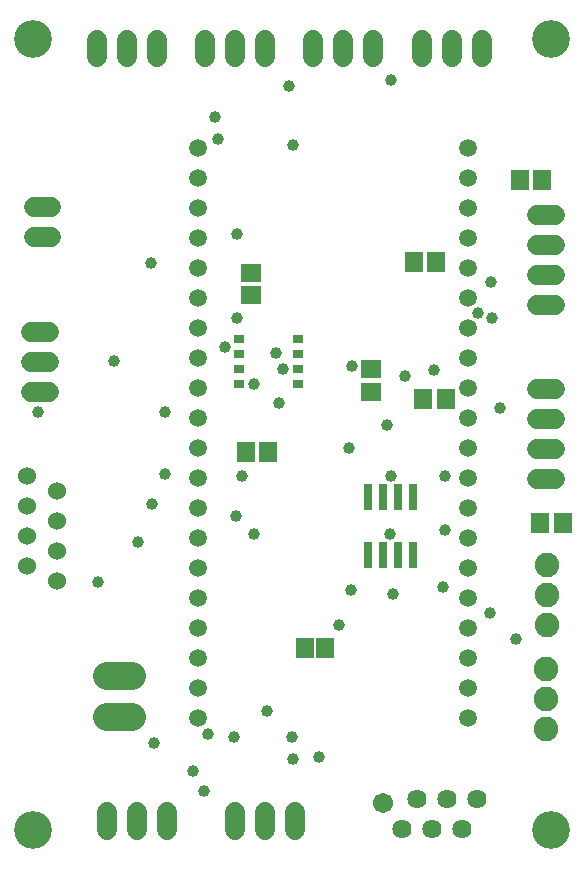
<source format=gbs>
G75*
%MOIN*%
%OFA0B0*%
%FSLAX24Y24*%
%IPPOS*%
%LPD*%
%AMOC8*
5,1,8,0,0,1.08239X$1,22.5*
%
%ADD10C,0.0595*%
%ADD11C,0.0600*%
%ADD12R,0.0380X0.0300*%
%ADD13R,0.0671X0.0592*%
%ADD14R,0.0592X0.0671*%
%ADD15R,0.0710X0.0592*%
%ADD16C,0.0674*%
%ADD17C,0.0680*%
%ADD18C,0.0920*%
%ADD19R,0.0300X0.0860*%
%ADD20C,0.0640*%
%ADD21C,0.0671*%
%ADD22C,0.0820*%
%ADD23C,0.0397*%
%ADD24C,0.1261*%
D10*
X007303Y006889D03*
X007303Y007889D03*
X007303Y008889D03*
X007303Y009889D03*
X007303Y010889D03*
X007303Y011889D03*
X007303Y012889D03*
X007303Y013889D03*
X007303Y014889D03*
X007303Y015889D03*
X007303Y016889D03*
X007303Y017889D03*
X007303Y018889D03*
X007303Y019889D03*
X007303Y020889D03*
X007303Y021889D03*
X007303Y022889D03*
X007303Y023889D03*
X007303Y024889D03*
X007303Y025889D03*
X016303Y025889D03*
X016303Y024889D03*
X016303Y023889D03*
X016303Y022889D03*
X016303Y021889D03*
X016303Y020889D03*
X016303Y019889D03*
X016303Y018889D03*
X016303Y017889D03*
X016303Y016889D03*
X016303Y015889D03*
X016303Y014889D03*
X016303Y013889D03*
X016303Y012889D03*
X016303Y011889D03*
X016303Y010889D03*
X016303Y009889D03*
X016303Y008889D03*
X016303Y007889D03*
X016303Y006889D03*
D11*
X002633Y011458D03*
X002633Y012458D03*
X002633Y013458D03*
X002633Y014458D03*
X001633Y014958D03*
X001633Y013958D03*
X001633Y012958D03*
X001633Y011958D03*
D12*
X008690Y018038D03*
X008690Y018538D03*
X008690Y019038D03*
X008690Y019538D03*
X010645Y019538D03*
X010645Y019038D03*
X010645Y018538D03*
X010645Y018038D03*
D13*
X013070Y017771D03*
X013070Y018519D03*
D14*
X014830Y017534D03*
X015578Y017534D03*
X015267Y022078D03*
X014519Y022078D03*
X018043Y024838D03*
X018791Y024838D03*
X018728Y013389D03*
X019476Y013389D03*
X011543Y009220D03*
X010873Y009220D03*
X009657Y015751D03*
X008909Y015751D03*
D15*
X009070Y020983D03*
X009070Y021731D03*
D16*
X009559Y028911D02*
X009559Y029505D01*
X008559Y029505D02*
X008559Y028911D01*
X007559Y028911D02*
X007559Y029505D01*
X005952Y029505D02*
X005952Y028911D01*
X004952Y028911D02*
X004952Y029505D01*
X003952Y029505D02*
X003952Y028911D01*
X002430Y023920D02*
X001836Y023920D01*
X001836Y022920D02*
X002430Y022920D01*
X011165Y028911D02*
X011165Y029505D01*
X012165Y029505D02*
X012165Y028911D01*
X013165Y028911D02*
X013165Y029505D01*
X014771Y029505D02*
X014771Y028911D01*
X015771Y028911D02*
X015771Y029505D01*
X016771Y029505D02*
X016771Y028911D01*
X010559Y003760D02*
X010559Y003167D01*
X009559Y003167D02*
X009559Y003760D01*
X008559Y003760D02*
X008559Y003167D01*
X006271Y003167D02*
X006271Y003760D01*
X005271Y003760D02*
X005271Y003167D01*
X004271Y003167D02*
X004271Y003760D01*
D17*
X002366Y017747D02*
X001766Y017747D01*
X001766Y018747D02*
X002366Y018747D01*
X002366Y019747D02*
X001766Y019747D01*
X018609Y020645D02*
X019209Y020645D01*
X019209Y021645D02*
X018609Y021645D01*
X018609Y022645D02*
X019209Y022645D01*
X019209Y023645D02*
X018609Y023645D01*
X018609Y017857D02*
X019209Y017857D01*
X019209Y016857D02*
X018609Y016857D01*
X018609Y015857D02*
X019209Y015857D01*
X019209Y014857D02*
X018609Y014857D01*
D18*
X005120Y008290D02*
X004280Y008290D01*
X004280Y006912D02*
X005120Y006912D01*
D19*
X012990Y012328D03*
X013490Y012328D03*
X013990Y012328D03*
X014490Y012328D03*
X014490Y014268D03*
X013990Y014268D03*
X013490Y014268D03*
X012990Y014268D03*
D20*
X014629Y004184D03*
X014129Y003184D03*
X015129Y003184D03*
X015629Y004184D03*
X016129Y003184D03*
X016629Y004184D03*
D21*
X013492Y004040D03*
D22*
X018913Y006534D03*
X018913Y007534D03*
X018913Y008534D03*
X018952Y010003D03*
X018952Y011003D03*
X018952Y012003D03*
D23*
X017917Y009523D03*
X017051Y010389D03*
X015476Y011255D03*
X015559Y013164D03*
X015555Y014956D03*
X013744Y014956D03*
X013606Y016672D03*
X014216Y018290D03*
X015200Y018499D03*
X016657Y020389D03*
X017129Y020231D03*
X017090Y021412D03*
X017377Y017235D03*
X013704Y013027D03*
X013814Y011007D03*
X012429Y011141D03*
X012011Y009995D03*
X009618Y007129D03*
X010436Y006255D03*
X010476Y005507D03*
X011342Y005586D03*
X008507Y006255D03*
X007641Y006373D03*
X007161Y005113D03*
X007507Y004452D03*
X005862Y006046D03*
X003980Y011412D03*
X005318Y012751D03*
X005791Y014011D03*
X006224Y015034D03*
X006224Y017082D03*
X004531Y018775D03*
X005751Y022042D03*
X008232Y019247D03*
X008625Y020231D03*
X009925Y019050D03*
X010161Y018538D03*
X010007Y017381D03*
X009177Y018027D03*
X008783Y014956D03*
X008586Y013617D03*
X009177Y013027D03*
X012366Y015901D03*
X012444Y018617D03*
X008625Y023027D03*
X010476Y025979D03*
X010358Y027948D03*
X007996Y026176D03*
X007877Y026924D03*
X013744Y028145D03*
X001972Y017082D03*
D24*
X001814Y003145D03*
X001814Y029523D03*
X019098Y029523D03*
X019098Y003145D03*
M02*

</source>
